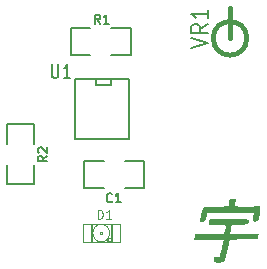
<source format=gto>
G04 (created by PCBNEW (2013-07-07 BZR 4022)-stable) date 1/19/2014 11:19:52 PM*
%MOIN*%
G04 Gerber Fmt 3.4, Leading zero omitted, Abs format*
%FSLAX34Y34*%
G01*
G70*
G90*
G04 APERTURE LIST*
%ADD10C,0.00590551*%
%ADD11C,0.005*%
%ADD12C,0.015*%
%ADD13C,0.0026*%
%ADD14C,0.004*%
%ADD15C,0.0001*%
%ADD16C,0.008*%
%ADD17C,0.0035*%
G04 APERTURE END LIST*
G54D10*
G54D11*
X29670Y-42360D02*
X29670Y-44360D01*
X29670Y-44360D02*
X27870Y-44360D01*
X27870Y-44360D02*
X27870Y-42360D01*
X27870Y-42360D02*
X29670Y-42360D01*
X29070Y-42360D02*
X29070Y-42560D01*
X29070Y-42560D02*
X28570Y-42560D01*
X28570Y-42560D02*
X28570Y-42360D01*
X29720Y-41560D02*
X29720Y-40660D01*
X29720Y-40660D02*
X29070Y-40660D01*
X28370Y-41560D02*
X27720Y-41560D01*
X27720Y-41560D02*
X27720Y-40660D01*
X27720Y-40660D02*
X28370Y-40660D01*
X29070Y-41560D02*
X29720Y-41560D01*
X28175Y-45120D02*
X28175Y-46020D01*
X28175Y-46020D02*
X28825Y-46020D01*
X29525Y-45120D02*
X30175Y-45120D01*
X30175Y-45120D02*
X30175Y-46020D01*
X30175Y-46020D02*
X29525Y-46020D01*
X28825Y-45120D02*
X28175Y-45120D01*
X26500Y-43880D02*
X25600Y-43880D01*
X25600Y-43880D02*
X25600Y-44530D01*
X26500Y-45230D02*
X26500Y-45880D01*
X26500Y-45880D02*
X25600Y-45880D01*
X25600Y-45880D02*
X25600Y-45230D01*
X26500Y-44530D02*
X26500Y-43880D01*
G54D12*
X33030Y-41015D02*
X33030Y-40015D01*
X33589Y-41015D02*
G75*
G03X33589Y-41015I-559J0D01*
G74*
G01*
G54D13*
X28701Y-47549D02*
X28779Y-47549D01*
X28779Y-47549D02*
X28779Y-47471D01*
X28701Y-47471D02*
X28779Y-47471D01*
X28701Y-47549D02*
X28701Y-47471D01*
X28917Y-47785D02*
X29054Y-47785D01*
X29054Y-47785D02*
X29054Y-47687D01*
X28917Y-47687D02*
X29054Y-47687D01*
X28917Y-47785D02*
X28917Y-47687D01*
X29054Y-47785D02*
X29094Y-47785D01*
X29094Y-47785D02*
X29094Y-47314D01*
X29054Y-47314D02*
X29094Y-47314D01*
X29054Y-47785D02*
X29054Y-47314D01*
X29054Y-47294D02*
X29094Y-47294D01*
X29094Y-47294D02*
X29094Y-47235D01*
X29054Y-47235D02*
X29094Y-47235D01*
X29054Y-47294D02*
X29054Y-47235D01*
X28386Y-47785D02*
X28426Y-47785D01*
X28426Y-47785D02*
X28426Y-47314D01*
X28386Y-47314D02*
X28426Y-47314D01*
X28386Y-47785D02*
X28386Y-47314D01*
X28386Y-47294D02*
X28426Y-47294D01*
X28426Y-47294D02*
X28426Y-47235D01*
X28386Y-47235D02*
X28426Y-47235D01*
X28386Y-47294D02*
X28386Y-47235D01*
X28917Y-47785D02*
X28976Y-47785D01*
X28976Y-47785D02*
X28976Y-47687D01*
X28917Y-47687D02*
X28976Y-47687D01*
X28917Y-47785D02*
X28917Y-47687D01*
G54D14*
X29350Y-47805D02*
X28130Y-47805D01*
X28130Y-47805D02*
X28130Y-47215D01*
X28130Y-47215D02*
X29350Y-47215D01*
X29350Y-47215D02*
X29350Y-47805D01*
X28524Y-47706D02*
G75*
G03X28956Y-47705I215J196D01*
G74*
G01*
X28524Y-47313D02*
G75*
G03X28523Y-47705I215J-196D01*
G74*
G01*
X28955Y-47313D02*
G75*
G03X28523Y-47314I-215J-196D01*
G74*
G01*
X28955Y-47706D02*
G75*
G03X28956Y-47314I-215J196D01*
G74*
G01*
G54D15*
G36*
X33981Y-47523D02*
X33970Y-47615D01*
X33960Y-47706D01*
X33487Y-47715D01*
X33015Y-47725D01*
X32996Y-47815D01*
X32982Y-47895D01*
X32961Y-48014D01*
X32940Y-48135D01*
X32904Y-48298D01*
X32854Y-48404D01*
X32783Y-48464D01*
X32679Y-48488D01*
X32627Y-48490D01*
X32535Y-48486D01*
X32494Y-48471D01*
X32488Y-48435D01*
X32491Y-48415D01*
X32503Y-48344D01*
X32507Y-48313D01*
X32536Y-48292D01*
X32552Y-48292D01*
X32609Y-48299D01*
X32651Y-48296D01*
X32682Y-48275D01*
X32708Y-48225D01*
X32733Y-48138D01*
X32761Y-48003D01*
X32797Y-47815D01*
X32815Y-47723D01*
X32325Y-47723D01*
X31835Y-47723D01*
X31855Y-47648D01*
X31872Y-47579D01*
X31876Y-47548D01*
X31908Y-47539D01*
X31994Y-47532D01*
X32124Y-47526D01*
X32285Y-47523D01*
X32359Y-47523D01*
X32842Y-47523D01*
X32861Y-47431D01*
X32883Y-47331D01*
X32888Y-47270D01*
X32866Y-47237D01*
X32806Y-47224D01*
X32696Y-47223D01*
X32610Y-47223D01*
X32316Y-47223D01*
X32340Y-47131D01*
X32365Y-47040D01*
X32944Y-47029D01*
X33183Y-47026D01*
X33362Y-47025D01*
X33491Y-47029D01*
X33577Y-47039D01*
X33628Y-47055D01*
X33651Y-47079D01*
X33655Y-47113D01*
X33651Y-47139D01*
X33640Y-47180D01*
X33617Y-47205D01*
X33568Y-47217D01*
X33479Y-47222D01*
X33356Y-47223D01*
X33220Y-47224D01*
X33137Y-47229D01*
X33094Y-47243D01*
X33078Y-47267D01*
X33076Y-47298D01*
X33067Y-47394D01*
X33055Y-47448D01*
X33035Y-47523D01*
X33508Y-47523D01*
X33981Y-47523D01*
X33981Y-47523D01*
X33981Y-47523D01*
G37*
G36*
X34043Y-46702D02*
X34036Y-46784D01*
X34018Y-46897D01*
X34007Y-46955D01*
X33982Y-47054D01*
X33955Y-47104D01*
X33912Y-47121D01*
X33878Y-47123D01*
X33821Y-47119D01*
X33797Y-47095D01*
X33795Y-47034D01*
X33802Y-46973D01*
X33819Y-46823D01*
X33048Y-46823D01*
X32278Y-46823D01*
X32257Y-46915D01*
X32230Y-47027D01*
X32206Y-47090D01*
X32173Y-47117D01*
X32123Y-47123D01*
X32113Y-47123D01*
X32021Y-47123D01*
X32057Y-46905D01*
X32083Y-46788D01*
X32114Y-46698D01*
X32142Y-46657D01*
X32193Y-46645D01*
X32295Y-46636D01*
X32433Y-46630D01*
X32571Y-46629D01*
X32749Y-46628D01*
X32871Y-46620D01*
X32947Y-46602D01*
X32989Y-46568D01*
X33006Y-46515D01*
X33009Y-46448D01*
X33017Y-46386D01*
X33052Y-46361D01*
X33129Y-46356D01*
X33206Y-46360D01*
X33233Y-46381D01*
X33223Y-46431D01*
X33198Y-46512D01*
X33191Y-46567D01*
X33211Y-46602D01*
X33267Y-46621D01*
X33368Y-46628D01*
X33522Y-46627D01*
X33618Y-46626D01*
X34043Y-46618D01*
X34043Y-46702D01*
X34043Y-46702D01*
X34043Y-46702D01*
G37*
G54D11*
X27085Y-41882D02*
X27085Y-42246D01*
X27104Y-42289D01*
X27123Y-42310D01*
X27161Y-42332D01*
X27237Y-42332D01*
X27275Y-42310D01*
X27294Y-42289D01*
X27313Y-42246D01*
X27313Y-41882D01*
X27713Y-42332D02*
X27485Y-42332D01*
X27599Y-42332D02*
X27599Y-41882D01*
X27561Y-41946D01*
X27523Y-41989D01*
X27485Y-42010D01*
X28700Y-40526D02*
X28600Y-40383D01*
X28528Y-40526D02*
X28528Y-40226D01*
X28642Y-40226D01*
X28671Y-40240D01*
X28685Y-40255D01*
X28700Y-40283D01*
X28700Y-40326D01*
X28685Y-40355D01*
X28671Y-40369D01*
X28642Y-40383D01*
X28528Y-40383D01*
X28985Y-40526D02*
X28814Y-40526D01*
X28900Y-40526D02*
X28900Y-40226D01*
X28871Y-40269D01*
X28842Y-40297D01*
X28814Y-40312D01*
X29100Y-46447D02*
X29085Y-46462D01*
X29042Y-46476D01*
X29014Y-46476D01*
X28971Y-46462D01*
X28942Y-46433D01*
X28928Y-46405D01*
X28914Y-46347D01*
X28914Y-46305D01*
X28928Y-46247D01*
X28942Y-46219D01*
X28971Y-46190D01*
X29014Y-46176D01*
X29042Y-46176D01*
X29085Y-46190D01*
X29100Y-46205D01*
X29385Y-46476D02*
X29214Y-46476D01*
X29300Y-46476D02*
X29300Y-46176D01*
X29271Y-46219D01*
X29242Y-46247D01*
X29214Y-46262D01*
X26931Y-44940D02*
X26788Y-45040D01*
X26931Y-45111D02*
X26631Y-45111D01*
X26631Y-44997D01*
X26645Y-44968D01*
X26660Y-44954D01*
X26688Y-44940D01*
X26731Y-44940D01*
X26760Y-44954D01*
X26774Y-44968D01*
X26788Y-44997D01*
X26788Y-45111D01*
X26660Y-44825D02*
X26645Y-44811D01*
X26631Y-44782D01*
X26631Y-44711D01*
X26645Y-44682D01*
X26660Y-44668D01*
X26688Y-44654D01*
X26717Y-44654D01*
X26760Y-44668D01*
X26931Y-44840D01*
X26931Y-44654D01*
G54D16*
X31732Y-41324D02*
X32282Y-41158D01*
X31732Y-40991D01*
X32282Y-40539D02*
X32020Y-40705D01*
X32282Y-40824D02*
X31732Y-40824D01*
X31732Y-40634D01*
X31758Y-40586D01*
X31785Y-40562D01*
X31837Y-40539D01*
X31915Y-40539D01*
X31968Y-40562D01*
X31994Y-40586D01*
X32020Y-40634D01*
X32020Y-40824D01*
X32282Y-40062D02*
X32282Y-40348D01*
X32282Y-40205D02*
X31732Y-40205D01*
X31811Y-40253D01*
X31863Y-40300D01*
X31889Y-40348D01*
G54D17*
X28618Y-47031D02*
X28618Y-46731D01*
X28690Y-46731D01*
X28732Y-46745D01*
X28761Y-46774D01*
X28775Y-46802D01*
X28790Y-46860D01*
X28790Y-46902D01*
X28775Y-46960D01*
X28761Y-46988D01*
X28732Y-47017D01*
X28690Y-47031D01*
X28618Y-47031D01*
X29075Y-47031D02*
X28904Y-47031D01*
X28990Y-47031D02*
X28990Y-46731D01*
X28961Y-46774D01*
X28932Y-46802D01*
X28904Y-46817D01*
M02*

</source>
